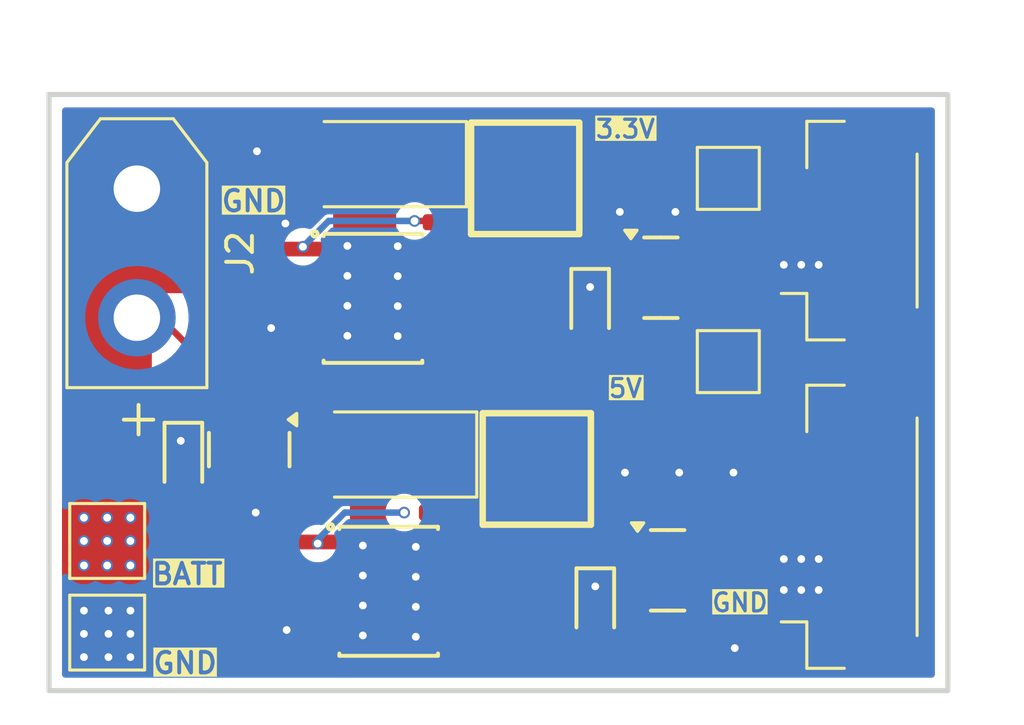
<source format=kicad_pcb>
(kicad_pcb (version 20241229) (generator "pcbnew") (generator_version "9.0")
  (layers (0 "F.Cu" signal) (2 "B.Cu" signal) (13 "F.Paste" user) (15 "B.Paste" user) (5 "F.SilkS" user "F.Silkscreen") (7 "B.SilkS" user "B.Silkscreen") (1 "F.Mask" user) (3 "B.Mask" user) (25 "Edge.Cuts" user))
  (net 0 "")
  (net 1 "5V")
  (net 2 "GND")
  (net 3 "+BATT")
  (net 4 "Net-(U1-COMP)")
  (net 5 "Net-(C6-Pad2)")
  (net 6 "Net-(U1-BOOT)")
  (net 7 "Net-(D1-K)")
  (net 8 "+3.3V")
  (net 9 "Net-(U1-SS)")
  (net 10 "Net-(U3-SS)")
  (net 11 "Net-(U3-COMP)")
  (net 12 "Net-(C17-Pad2)")
  (net 13 "Net-(D2-K)")
  (net 14 "Net-(U3-BOOT)")
  (net 15 "Net-(D4-Pad2)")
  (net 16 "Net-(D6-Pad2)")
  (net 17 "Net-(Q2-S)")
  (net 18 "Net-(Q3-S)")
  (net 19 "Net-(Q4-S)")
  (net 20 "Net-(R1-Pad2)")
  (net 21 "Net-(U1-EN)")
  (net 22 "Net-(U1-VSENSE)")
  (net 23 "Net-(U3-EN)")
  (net 24 "Net-(U3-VSENSE)")
  (net 25 "Net-(D3-Pad2)")
  (footprint "PCM_JLCPCB:C_0805" (layer "F.Cu") (at 116.95 92.9 -90)
    (property "Reference" "C2" (hide yes))
    (property "Value" "22uF")
    (pad "1" smd roundrect (at -0.95 0 270) (size 1 1.45) (layers "F.Cu" "F.Mask" "F.Paste") (net 1 "5V"))
    (pad "2" smd roundrect (at 0.95 0 270) (size 1 1.45) (layers "F.Cu" "F.Mask" "F.Paste") (net 2 "GND"))
  )
  (footprint "PCM_JLCPCB:C_0805" (layer "F.Cu") (at 121.15 92.9 -90)
    (property "Reference" "C21" (hide yes))
    (property "Value" "22uF")
    (pad "1" smd roundrect (at -0.95 0 270) (size 1 1.45) (layers "F.Cu" "F.Mask" "F.Paste") (net 1 "5V"))
    (pad "2" smd roundrect (at 0.95 0 270) (size 1 1.45) (layers "F.Cu" "F.Mask" "F.Paste") (net 2 "GND"))
  )
  (footprint "PCM_JLCPCB:C_0402" (layer "F.Cu") (at 112.25 98.4 90)
    (property "Reference" "C19" (hide yes))
    (property "Value" "33pF")
    (pad "1" smd roundrect (at -0.5 0 90) (size 0.56 0.62) (layers "F.Cu" "F.Mask" "F.Paste") (net 11 "Net-(U3-COMP)"))
    (pad "2" smd roundrect (at 0.5 0 90) (size 0.56 0.62) (layers "F.Cu" "F.Mask" "F.Paste") (net 2 "GND"))
  )
  (footprint "PCM_JLCPCB:R_0402" (layer "F.Cu") (at 101.7 86.92 -90)
    (property "Reference" "R2" (hide yes))
    (property "Value" "330kΩ" (hide yes))
    (pad "1" smd roundrect (at -0.5 0 270) (size 0.56 0.62) (layers "F.Cu" "F.Mask" "F.Paste") (net 3 "+BATT"))
    (pad "2" smd roundrect (at 0.5 0 270) (size 0.56 0.62) (layers "F.Cu" "F.Mask" "F.Paste") (net 21 "Net-(U1-EN)"))
  )
  (footprint "Connector_AMASS:AMASS_XT30UPB-M_1x02_P5.0mm_Vertical" (layer "F.Cu") (at 98.05 82.85 -90)
    (property "Reference" "J2" (at 2.5 -4 90) (layer "F.SilkS"))
    (property "Value" "Conn_01x02")
    (fp_line (start -1.01 2.71) (end 7.71 2.71) (stroke (width 0.12)) (layer "F.SilkS"))
    (fp_line (start -2.71 1.41) (end -1.01 2.71) (stroke (width 0.12)) (layer "F.SilkS"))
    (fp_line (start -2.71 -1.41) (end -2.71 1.41) (stroke (width 0.12)) (layer "F.SilkS"))
    (fp_line (start -2.71 -1.41) (end -1.01 -2.71) (stroke (width 0.12)) (layer "F.SilkS"))
    (fp_line (start -1.01 -2.71) (end 7.71 -2.71) (stroke (width 0.12)) (layer "F.SilkS"))
    (fp_line (start 7.71 -2.71) (end 7.71 2.71) (stroke (width 0.12)) (layer "F.SilkS"))
    (fp_text user "+" (at 8.95 0.05 90) (layer "F.SilkS") (effects (font (size 1.5 1.5))))
    (pad "1" thru_hole roundrect (at 0 0 270) (size 3 3) (drill 1.8) (layers "*.Cu" "*.Mask") (net 2 "GND"))
    (pad "2" thru_hole circle (at 5 0 270) (size 3 3) (drill 1.8) (layers "*.Cu" "*.Mask") (net 3 "+BATT"))
  )
  (footprint "PCM_JLCPCB:C_0805" (layer "F.Cu") (at 118.4 82.75 -90)
    (property "Reference" "C10" (hide yes))
    (property "Value" "47uF")
    (pad "1" smd roundrect (at -0.95 0 270) (size 1 1.45) (layers "F.Cu" "F.Mask" "F.Paste") (net 8 "+3.3V"))
    (pad "2" smd roundrect (at 0.95 0 270) (size 1 1.45) (layers "F.Cu" "F.Mask" "F.Paste") (net 2 "GND"))
  )
  (footprint "PCM_JLCPCB:C_0402" (layer "F.Cu") (at 112.75 99.8)
    (property "Reference" "C17" (hide yes))
    (property "Value" "4.7nF")
    (pad "1" smd roundrect (at -0.5 0) (size 0.56 0.62) (layers "F.Cu" "F.Mask" "F.Paste") (net 11 "Net-(U3-COMP)"))
    (pad "2" smd roundrect (at 0.5 0) (size 0.56 0.62) (layers "F.Cu" "F.Mask" "F.Paste") (net 12 "Net-(C17-Pad2)"))
  )
  (footprint "PCM_JLCPCB:R_0402" (layer "F.Cu") (at 105.1 90.9)
    (property "Reference" "R14" (hide yes))
    (property "Value" "10kΩ" (hide yes))
    (pad "1" smd roundrect (at -0.5 0) (size 0.56 0.62) (layers "F.Cu" "F.Mask" "F.Paste") (net 3 "+BATT"))
    (pad "2" smd roundrect (at 0.5 0) (size 0.56 0.62) (layers "F.Cu" "F.Mask" "F.Paste") (net 2 "GND"))
  )
  (footprint "PCM_JLCPCB:C_0402" (layer "F.Cu") (at 101.7 88.82 90)
    (property "Reference" "C13" (hide yes))
    (property "Value" "10nF")
    (pad "1" smd roundrect (at -0.5 0 90) (size 0.56 0.62) (layers "F.Cu" "F.Mask" "F.Paste") (net 9 "Net-(U1-SS)"))
    (pad "2" smd roundrect (at 0.5 0 90) (size 0.56 0.62) (layers "F.Cu" "F.Mask" "F.Paste") (net 2 "GND"))
  )
  (footprint "PCM_JLCPCB:C_0402" (layer "F.Cu") (at 109.9 84.15)
    (property "Reference" "C9" (hide yes))
    (property "Value" "100nF")
    (pad "1" smd roundrect (at -0.5 0) (size 0.56 0.62) (layers "F.Cu" "F.Mask" "F.Paste") (net 6 "Net-(U1-BOOT)"))
    (pad "2" smd roundrect (at 0.5 0) (size 0.56 0.62) (layers "F.Cu" "F.Mask" "F.Paste") (net 7 "Net-(D1-K)"))
  )
  (footprint "TestPoint:TestPoint_Pad_2.0x2.0mm" (layer "F.Cu") (at 120.95 82.45)
    (property "Reference" "TP1" (hide yes))
    (property "Value" "TestPoint")
    (fp_line (start -1.2 -1.2) (end 1.2 -1.2) (stroke (width 0.12)) (layer "F.SilkS"))
    (fp_line (start -1.2 1.2) (end -1.2 -1.2) (stroke (width 0.12)) (layer "F.SilkS"))
    (fp_line (start 1.2 -1.2) (end 1.2 1.2) (stroke (width 0.12)) (layer "F.SilkS"))
    (fp_line (start 1.2 1.2) (end -1.2 1.2) (stroke (width 0.12)) (layer "F.SilkS"))
    (pad "1" smd rect (at 0 0) (size 2 2) (layers "F.Cu" "F.Mask") (net 8 "+3.3V"))
  )
  (footprint "PCM_JLCPCB:Q_SOT-23" (layer "F.Cu") (at 102.4 92.96 -90)
    (property "Reference" "Q3" (hide yes))
    (property "Value" "AO3400A")
    (fp_line (start 0 1.56) (end -0.65 1.56) (stroke (width 0.15)) (layer "F.SilkS"))
    (fp_line (start 0 1.56) (end 0.65 1.56) (stroke (width 0.15)) (layer "F.SilkS"))
    (fp_line (start 0 -1.56) (end -0.65 -1.56) (stroke (width 0.15)) (layer "F.SilkS"))
    (fp_line (start 0 -1.56) (end 0.65 -1.56) (stroke (width 0.15)) (layer "F.SilkS"))
    (fp_poly (pts (xy -1.1625 -1.51) (xy -1.4025 -1.84) (xy -0.9225 -1.84) (xy -1.1625 -1.51)) (stroke (width 0.12)) (fill yes) (layer "F.SilkS"))
    (pad "1" smd roundrect (at -0.94 -0.95 270) (size 1.48 0.6) (layers "F.Cu" "F.Mask" "F.Paste") (net 3 "+BATT"))
    (pad "2" smd roundrect (at -0.94 0.95 270) (size 1.48 0.6) (layers "F.Cu" "F.Mask" "F.Paste") (net 18 "Net-(Q3-S)"))
    (pad "3" smd roundrect (at 0.94 0 270) (size 1.48 0.6) (layers "F.Cu" "F.Mask" "F.Paste") (net 3 "+BATT"))
  )
  (footprint "PCM_JLCPCB:R_0402" (layer "F.Cu") (at 115.45 85.4 180)
    (property "Reference" "R10" (hide yes))
    (property "Value" "10kΩ" (hide yes))
    (pad "1" smd roundrect (at -0.5 0 180) (size 0.56 0.62) (layers "F.Cu" "F.Mask" "F.Paste") (net 8 "+3.3V"))
    (pad "2" smd roundrect (at 0.5 0 180) (size 0.56 0.62) (layers "F.Cu" "F.Mask" "F.Paste") (net 2 "GND"))
  )
  (footprint "PCM_JLCPCB:C_0402" (layer "F.Cu") (at 112.45 86.9 90)
    (property "Reference" "C8" (hide yes))
    (property "Value" "47pF")
    (pad "1" smd roundrect (at -0.5 0 90) (size 0.56 0.62) (layers "F.Cu" "F.Mask" "F.Paste") (net 4 "Net-(U1-COMP)"))
    (pad "2" smd roundrect (at 0.5 0 90) (size 0.56 0.62) (layers "F.Cu" "F.Mask" "F.Paste") (net 2 "GND"))
  )
  (footprint "PCM_JLCPCB:Q_SOT-23" (layer "F.Cu") (at 118.34 86.3)
    (property "Reference" "Q4" (hide yes))
    (property "Value" "AO3400A")
    (fp_line (start 0 -1.56) (end -0.65 -1.56) (stroke (width 0.15)) (layer "F.SilkS"))
    (fp_line (start 0 -1.56) (end 0.65 -1.56) (stroke (width 0.15)) (layer "F.SilkS"))
    (fp_line (start 0 1.56) (end -0.65 1.56) (stroke (width 0.15)) (layer "F.SilkS"))
    (fp_line (start 0 1.56) (end 0.65 1.56) (stroke (width 0.15)) (layer "F.SilkS"))
    (fp_poly (pts (xy -1.1625 -1.51) (xy -1.4025 -1.84) (xy -0.9225 -1.84) (xy -1.1625 -1.51)) (stroke (width 0.12)) (fill yes) (layer "F.SilkS"))
    (pad "1" smd roundrect (at -0.94 -0.95) (size 1.48 0.6) (layers "F.Cu" "F.Mask" "F.Paste") (net 8 "+3.3V"))
    (pad "2" smd roundrect (at -0.94 0.95) (size 1.48 0.6) (layers "F.Cu" "F.Mask" "F.Paste") (net 19 "Net-(Q4-S)"))
    (pad "3" smd roundrect (at 0.94 0) (size 1.48 0.6) (layers "F.Cu" "F.Mask" "F.Paste") (net 8 "+3.3V"))
  )
  (footprint "PCM_JLCPCB:R_0402" (layer "F.Cu") (at 114.2 101 90)
    (property "Reference" "R11" (hide yes))
    (property "Value" "10kΩ" (hide yes))
    (pad "1" smd roundrect (at -0.5 0 90) (size 0.56 0.62) (layers "F.Cu" "F.Mask" "F.Paste") (net 1 "5V"))
    (pad "2" smd roundrect (at 0.5 0 90) (size 0.56 0.62) (layers "F.Cu" "F.Mask" "F.Paste") (net 24 "Net-(U3-VSENSE)"))
  )
  (footprint "PCM_JLCPCB:R_0402" (layer "F.Cu") (at 102.1 98.35 -90)
    (property "Reference" "R7" (hide yes))
    (property "Value" "330kΩ" (hide yes))
    (pad "1" smd roundrect (at -0.5 0 270) (size 0.56 0.62) (layers "F.Cu" "F.Mask" "F.Paste") (net 3 "+BATT"))
    (pad "2" smd roundrect (at 0.5 0 270) (size 0.56 0.62) (layers "F.Cu" "F.Mask" "F.Paste") (net 23 "Net-(U3-EN)"))
  )
  (footprint "PCM_JLCPCB:SOIC-8_L5.0-W4.0-P1.27-LS6.0-BL" (layer "F.Cu") (at 107.19 87.1 -90)
    (property "Reference" "U1" (hide yes))
    (property "Value" "TPS54331DR" (hide yes))
    (fp_line (start -2.5 1.91) (end -2.41 1.91) (stroke (width 0.15)) (layer "F.SilkS"))
    (fp_line (start -2.5 1.91) (end -2.5 -1.91) (stroke (width 0.15)) (layer "F.SilkS"))
    (fp_line (start 2.5 1.91) (end 2.41 1.91) (stroke (width 0.15)) (layer "F.SilkS"))
    (fp_line (start -2.5 -1.91) (end -2.41 -1.91) (stroke (width 0.15)) (layer "F.SilkS"))
    (fp_line (start 2.5 -1.91) (end 2.5 1.91) (stroke (width 0.15)) (layer "F.SilkS"))
    (fp_line (start 2.5 -1.91) (end 2.41 -1.91) (stroke (width 0.15)) (layer "F.SilkS"))
    (fp_circle (center -2.5 2.25) (end -2.47 2.25) (stroke (width 0.15)) (fill no) (layer "F.SilkS"))
    (pad "1" smd oval (at -1.91 2.71 270) (size 0.57 1.95) (layers "F.Cu" "F.Mask" "F.Paste") (net 6 "Net-(U1-BOOT)"))
    (pad "2" smd oval (at -0.64 2.71 270) (size 0.57 1.95) (layers "F.Cu" "F.Mask" "F.Paste") (net 3 "+BATT"))
    (pad "3" smd oval (at 0.64 2.71 270) (size 0.57 1.95) (layers "F.Cu" "F.Mask" "F.Paste") (net 21 "Net-(U1-EN)"))
    (pad "4" smd oval (at 1.91 2.71 270) (size 0.57 1.95) (layers "F.Cu" "F.Mask" "F.Paste") (net 9 "Net-(U1-SS)"))
    (pad "5" smd oval (at 1.91 -2.71 270) (size 0.57 1.95) (layers "F.Cu" "F.Mask" "F.Paste") (net 22 "Net-(U1-VSENSE)"))
    (pad "6" smd oval (at 0.64 -2.71 270) (size 0.57 1.95) (layers "F.Cu" "F.Mask" "F.Paste") (net 4 "Net-(U1-COMP)"))
    (pad "7" smd oval (at -0.64 -2.71 270) (size 0.57 1.95) (layers "F.Cu" "F.Mask" "F.Paste") (net 2 "GND"))
    (pad "8" smd oval (at -1.91 -2.71 270) (size 0.57 1.95) (layers "F.Cu" "F.Mask" "F.Paste") (net 7 "Net-(D1-K)"))
  )
  (footprint "Diode_SMD:D_SMA" (layer "F.Cu") (at 107.7 93.15 180)
    (property "Reference" "D2" (hide yes))
    (property "Value" "SS32")
    (fp_line (start -3.51 1.65) (end 2 1.65) (stroke (width 0.12)) (layer "F.SilkS"))
    (fp_line (start -3.51 -1.65) (end 2 -1.65) (stroke (width 0.12)) (layer "F.SilkS"))
    (fp_line (start -3.51 -1.65) (end -3.51 1.65) (stroke (width 0.12)) (layer "F.SilkS"))
    (pad "1" smd roundrect (at -2 0 180) (size 2.5 1.8) (layers "F.Cu" "F.Mask" "F.Paste") (roundrect_rratio 0.1388888889) (net 13 "Net-(D2-K)"))
    (pad "2" smd roundrect (at 2 0 180) (size 2.5 1.8) (layers "F.Cu" "F.Mask" "F.Paste") (roundrect_rratio 0.1388888889) (net 2 "GND"))
  )
  (footprint "PCM_JLCPCB:C_0805" (layer "F.Cu") (at 119.05 92.9 -90)
    (property "Reference" "C1" (hide yes))
    (property "Value" "22uF")
    (pad "1" smd roundrect (at -0.95 0 270) (size 1 1.45) (layers "F.Cu" "F.Mask" "F.Paste") (net 1 "5V"))
    (pad "2" smd roundrect (at 0.95 0 270) (size 1 1.45) (layers "F.Cu" "F.Mask" "F.Paste") (net 2 "GND"))
  )
  (footprint "PCM_JLCPCB:R_0402" (layer "F.Cu") (at 114.25 86.9 90)
    (property "Reference" "R6" (hide yes))
    (property "Value" "3.3kΩ" (hide yes))
    (pad "1" smd roundrect (at -0.5 0 90) (size 0.56 0.62) (layers "F.Cu" "F.Mask" "F.Paste") (net 22 "Net-(U1-VSENSE)"))
    (pad "2" smd roundrect (at 0.5 0 90) (size 0.56 0.62) (layers "F.Cu" "F.Mask" "F.Paste") (net 2 "GND"))
  )
  (footprint "PCM_JLCPCB:R_0402" (layer "F.Cu") (at 103 99.4 90)
    (property "Reference" "R8" (hide yes))
    (property "Value" "100kΩ" (hide yes))
    (pad "1" smd roundrect (at -0.5 0 90) (size 0.56 0.62) (layers "F.Cu" "F.Mask" "F.Paste") (net 2 "GND"))
    (pad "2" smd roundrect (at 0.5 0 90) (size 0.56 0.62) (layers "F.Cu" "F.Mask" "F.Paste") (net 23 "Net-(U3-EN)"))
  )
  (footprint "PCM_JLCPCB:D_0603" (layer "F.Cu") (at 99.85 93.41 -90)
    (property "Reference" "D4" (hide yes))
    (property "Value" "White")
    (fp_line (start -1.49 0.73) (end 0.8 0.73) (stroke (width 0.15)) (layer "F.SilkS"))
    (fp_line (start -1.49 -0.73) (end -1.49 0.73) (stroke (width 0.15)) (layer "F.SilkS"))
    (fp_line (start 0.8 -0.73) (end -1.49 -0.73) (stroke (width 0.15)) (layer "F.SilkS"))
    (pad "1" smd roundrect (at -0.79 0 270) (size 0.88 0.95) (layers "F.Cu" "F.Mask" "F.Paste") (net 2 "GND"))
    (pad "2" smd roundrect (at 0.79 0 270) (size 0.88 0.95) (layers "F.Cu" "F.Mask" "F.Paste") (net 15 "Net-(D4-Pad2)"))
  )
  (footprint "PCM_JLCPCB:R_0603" (layer "F.Cu") (at 117.9 99.95 180)
    (property "Reference" "R15" (hide yes))
    (property "Value" "430Ω")
    (pad "1" smd roundrect (at -0.82 0 180) (size 0.8 0.95) (layers "F.Cu" "F.Mask" "F.Paste") (net 17 "Net-(Q2-S)"))
    (pad "2" smd roundrect (at 0.82 0 180) (size 0.8 0.95) (layers "F.Cu" "F.Mask" "F.Paste") (net 16 "Net-(D6-Pad2)"))
  )
  (footprint "PCM_JLCPCB:C_0402" (layer "F.Cu") (at 102.1 100.25 90)
    (property "Reference" "C14" (hide yes))
    (property "Value" "10nF")
    (pad "1" smd roundrect (at -0.5 0 90) (size 0.56 0.62) (layers "F.Cu" "F.Mask" "F.Paste") (net 10 "Net-(U3-SS)"))
    (pad "2" smd roundrect (at 0.5 0 90) (size 0.56 0.62) (layers "F.Cu" "F.Mask" "F.Paste") (net 2 "GND"))
  )
  (footprint "PCM_JLCPCB:R_0603" (layer "F.Cu") (at 100.4 95.55 180)
    (property "Reference" "R16" (hide yes))
    (property "Value" "820Ω")
    (pad "1" smd roundrect (at -0.82 0 180) (size 0.8 0.95) (layers "F.Cu" "F.Mask" "F.Paste") (net 18 "Net-(Q3-S)"))
    (pad "2" smd roundrect (at 0.82 0 180) (size 0.8 0.95) (layers "F.Cu" "F.Mask" "F.Paste") (net 15 "Net-(D4-Pad2)"))
  )
  (footprint "PCM_JLCPCB:R_0402" (layer "F.Cu") (at 113.25 98.4 90)
    (property "Reference" "R18" (hide yes))
    (property "Value" "49.9kΩ" (hide yes))
    (pad "1" smd roundrect (at -0.5 0 90) (size 0.56 0.62) (layers "F.Cu" "F.Mask" "F.Paste") (net 12 "Net-(C17-Pad2)"))
    (pad "2" smd roundrect (at 0.5 0 90) (size 0.56 0.62) (layers "F.Cu" "F.Mask" "F.Paste") (net 2 "GND"))
  )
  (footprint "lib:IND-SMD_L4.0-W4.0_XAL4030-682MEC" (layer "F.Cu") (at 113.6 93.71 -90)
    (property "Reference" "U2" (hide yes))
    (property "Value" "XAL4030-682MEC")
    (fp_line (start -2.16 2.16) (end -2.16 -2.03) (stroke (width 0.25)) (layer "F.SilkS"))
    (fp_line (start 2.16 2.16) (end -2.16 2.16) (stroke (width 0.25)) (layer "F.SilkS"))
    (fp_line (start -2.16 -2.03) (end -2.03 -2.03) (stroke (width 0.25)) (layer "F.SilkS"))
    (fp_line (start -2.03 -2.03) (end 2.16 -2.03) (stroke (width 0.25)) (layer "F.SilkS"))
    (fp_line (start 2.16 -2.03) (end 2.16 2.16) (stroke (width 0.25)) (layer "F.SilkS"))
    (pad "1" smd rect (at -1.24 0 270) (size 1.3 3.5) (layers "F.Cu" "F.Mask" "F.Paste") (net 1 "5V"))
    (pad "2" smd rect (at 1.24 0 270) (size 1.3 3.5) (layers "F.Cu" "F.Mask" "F.Paste") (net 13 "Net-(D2-K)"))
  )
  (footprint "PCM_JLCPCB:R_0402" (layer "F.Cu") (at 113.35 86.9 90)
    (property "Reference" "R3" (hide yes))
    (property "Value" "2kΩ" (hide yes))
    (pad "1" smd roundrect (at -0.5 0 90) (size 0.56 0.62) (layers "F.Cu" "F.Mask" "F.Paste") (net 20 "Net-(R1-Pad2)"))
    (pad "2" smd roundrect (at 0.5 0 90) (size 0.56 0.62) (layers "F.Cu" "F.Mask" "F.Paste") (net 2 "GND"))
  )
  (footprint "TestPoint:TestPoint_Pad_2.0x2.0mm" (layer "F.Cu") (at 120.95 89.55)
    (property "Reference" "TP2" (hide yes))
    (property "Value" "TestPoint")
    (fp_line (start -1.2 -1.2) (end 1.2 -1.2) (stroke (width 0.12)) (layer "F.SilkS"))
    (fp_line (start -1.2 1.2) (end -1.2 -1.2) (stroke (width 0.12)) (layer "F.SilkS"))
    (fp_line (start 1.2 -1.2) (end 1.2 1.2) (stroke (width 0.12)) (layer "F.SilkS"))
    (fp_line (start 1.2 1.2) (end -1.2 1.2) (stroke (width 0.12)) (layer "F.SilkS"))
    (pad "1" smd rect (at 0 0) (size 2 2) (layers "F.Cu" "F.Mask") (net 1 "5V"))
  )
  (footprint "PCM_JLCPCB:R_0402" (layer "F.Cu") (at 117.3 88.6 180)
    (property "Reference" "R13" (hide yes))
    (property "Value" "200Ω" (hide yes))
    (pad "1" smd roundrect (at -0.5 0 180) (size 0.56 0.62) (layers "F.Cu" "F.Mask" "F.Paste") (net 19 "Net-(Q4-S)"))
    (pad "2" smd roundrect (at 0.5 0 180) (size 0.56 0.62) (layers "F.Cu" "F.Mask" "F.Paste") (net 25 "Net-(D3-Pad2)"))
  )
  (footprint "TestPoint:TestPoint_Pad_2.5x2.5mm" (layer "F.Cu") (at 96.9 96.5 180)
    (property "Reference" "J6" (hide yes))
    (property "Value" "+BATT")
    (fp_line (start 1.45 1.45) (end -1.45 1.45) (stroke (width 0.12)) (layer "F.SilkS"))
    (fp_line (start 1.45 -1.45) (end 1.45 1.45) (stroke (width 0.12)) (layer "F.SilkS"))
    (fp_line (start -1.45 1.45) (end -1.45 -1.45) (stroke (width 0.12)) (layer "F.SilkS"))
    (fp_line (start -1.45 -1.45) (end 1.45 -1.45) (stroke (width 0.12)) (layer "F.SilkS"))
    (pad "1" smd rect (at 0 0 180) (size 2.5 2.5) (layers "F.Cu" "F.Mask") (net 3 "+BATT"))
  )
  (footprint "PCM_JLCPCB:C_0402" (layer "F.Cu") (at 102.1 96.45 -90)
    (property "Reference" "C15" (hide yes))
    (property "Value" "100nF")
    (pad "1" smd roundrect (at -0.5 0 270) (size 0.56 0.62) (layers "F.Cu" "F.Mask" "F.Paste") (net 2 "GND"))
    (pad "2" smd roundrect (at 0.5 0 270) (size 0.56 0.62) (layers "F.Cu" "F.Mask" "F.Paste") (net 3 "+BATT"))
  )
  (footprint "PCM_JLCPCB:R_0402" (layer "F.Cu") (at 112.95 88.3)
    (property "Reference" "R1" (hide yes))
    (property "Value" "27kΩ" (hide yes))
    (pad "1" smd roundrect (at -0.5 0) (size 0.56 0.62) (layers "F.Cu" "F.Mask" "F.Paste") (net 5 "Net-(C6-Pad2)"))
    (pad "2" smd roundrect (at 0.5 0) (size 0.56 0.62) (layers "F.Cu" "F.Mask" "F.Paste") (net 20 "Net-(R1-Pad2)"))
  )
  (footprint "PCM_JLCPCB:D_0603" (layer "F.Cu") (at 115.6 87.45 -90)
    (property "Reference" "D3" (hide yes))
    (property "Value" "Red")
    (fp_line (start -1.49 0.73) (end 0.8 0.73) (stroke (width 0.15)) (layer "F.SilkS"))
    (fp_line (start -1.49 -0.73) (end -1.49 0.73) (stroke (width 0.15)) (layer "F.SilkS"))
    (fp_line (start 0.8 -0.73) (end -1.49 -0.73) (stroke (width 0.15)) (layer "F.SilkS"))
    (pad "1" smd roundrect (at -0.79 0 270) (size 0.88 0.95) (layers "F.Cu" "F.Mask" "F.Paste") (net 2 "GND"))
    (pad "2" smd roundrect (at 0.79 0 270) (size 0.88 0.95) (layers "F.Cu" "F.Mask" "F.Paste") (net 25 "Net-(D3-Pad2)"))
  )
  (footprint "PCM_JLCPCB:SOIC-8_L5.0-W4.0-P1.27-LS6.0-BL" (layer "F.Cu") (at 107.8 98.45 -90)
    (property "Reference" "U3" (hide yes))
    (property "Value" "TPS54331DR")
    (fp_line (start -2.5 1.91) (end -2.41 1.91) (stroke (width 0.15)) (layer "F.SilkS"))
    (fp_line (start -2.5 1.91) (end -2.5 -1.91) (stroke (width 0.15)) (layer "F.SilkS"))
    (fp_line (start 2.5 1.91) (end 2.41 1.91) (stroke (width 0.15)) (layer "F.SilkS"))
    (fp_line (start -2.5 -1.91) (end -2.41 -1.91) (stroke (width 0.15)) (layer "F.SilkS"))
    (fp_line (start 2.5 -1.91) (end 2.5 1.91) (stroke (width 0.15)) (layer "F.SilkS"))
    (fp_line (start 2.5 -1.91) (end 2.41 -1.91) (stroke (width 0.15)) (layer "F.SilkS"))
    (fp_circle (center -2.5 2.25) (end -2.47 2.25) (stroke (width 0.15)) (fill no) (layer "F.SilkS"))
    (pad "1" smd oval (at -1.91 2.71 270) (size 0.57 1.95) (layers "F.Cu" "F.Mask" "F.Paste") (net 14 "Net-(U3-BOOT)"))
    (pad "2" smd oval (at -0.64 2.71 270) (size 0.57 1.95) (layers "F.Cu" "F.Mask" "F.Paste") (net 3 "+BATT"))
    (pad "3" smd oval (at 0.64 2.71 270) (size 0.57 1.95) (layers "F.Cu" "F.Mask" "F.Paste") (net 23 "Net-(U3-EN)"))
    (pad "4" smd oval (at 1.91 2.71 270) (size 0.57 1.95) (layers "F.Cu" "F.Mask" "F.Paste") (net 10 "Net-(U3-SS)"))
    (pad "5" smd oval (at 1.91 -2.71 270) (size 0.57 1.95) (layers "F.Cu" "F.Mask" "F.Paste") (net 24 "Net-(U3-VSENSE)"))
    (pad "6" smd oval (at 0.64 -2.71 270) (size 0.57 1.95) (layers "F.Cu" "F.Mask" "F.Paste") (net 11 "Net-(U3-COMP)"))
    (pad "7" smd oval (at -0.64 -2.71 270) (size 0.57 1.95) (layers "F.Cu" "F.Mask" "F.Paste") (net 2 "GND"))
    (pad "8" smd oval (at -1.91 -2.71 270) (size 0.57 1.95) (layers "F.Cu" "F.Mask" "F.Paste") (net 13 "Net-(D2-K)"))
  )
  (footprint "PCM_JLCPCB:D_0603" (layer "F.Cu") (at 115.8 99.05 -90)
    (property "Reference" "D6" (hide yes))
    (property "Value" "Yellow")
    (fp_line (start -1.49 0.73) (end 0.8 0.73) (stroke (width 0.15)) (layer "F.SilkS"))
    (fp_line (start -1.49 -0.73) (end -1.49 0.73) (stroke (width 0.15)) (layer "F.SilkS"))
    (fp_line (start 0.8 -0.73) (end -1.49 -0.73) (stroke (width 0.15)) (layer "F.SilkS"))
    (pad "1" smd roundrect (at -0.79 0 270) (size 0.88 0.95) (layers "F.Cu" "F.Mask" "F.Paste") (net 2 "GND"))
    (pad "2" smd roundrect (at 0.79 0 270) (size 0.88 0.95) (layers "F.Cu" "F.Mask" "F.Paste") (net 16 "Net-(D6-Pad2)"))
  )
  (footprint "Diode_SMD:D_SMA" (layer "F.Cu") (at 107.3 81.9 180)
    (property "Reference" "D1" (hide yes))
    (property "Value" "SS32")
    (fp_line (start -3.51 1.65) (end 2 1.65) (stroke (width 0.12)) (layer "F.SilkS"))
    (fp_line (start -3.51 -1.65) (end 2 -1.65) (stroke (width 0.12)) (layer "F.SilkS"))
    (fp_line (start -3.51 -1.65) (end -3.51 1.65) (stroke (width 0.12)) (layer "F.SilkS"))
    (pad "1" smd roundrect (at -2 0 180) (size 2.5 1.8) (layers "F.Cu" "F.Mask" "F.Paste") (roundrect_rratio 0.1388888889) (net 7 "Net-(D1-K)"))
    (pad "2" smd roundrect (at 2 0 180) (size 2.5 1.8) (layers "F.Cu" "F.Mask" "F.Paste") (roundrect_rratio 0.1388888889) (net 2 "GND"))
  )
  (footprint "PCM_JLCPCB:C_0805" (layer "F.Cu") (at 116.35 82.75 -90)
    (property "Reference" "C11" (hide yes))
    (property "Value" "47uF")
    (pad "1" smd roundrect (at -0.95 0 270) (size 1 1.45) (layers "F.Cu" "F.Mask" "F.Paste") (net 8 "+3.3V"))
    (pad "2" smd roundrect (at 0.95 0 270) (size 1 1.45) (layers "F.Cu" "F.Mask" "F.Paste") (net 2 "GND"))
  )
  (footprint "PCM_JLCPCB:R_0402" (layer "F.Cu") (at 102.6 87.97 90)
    (property "Reference" "R4" (hide yes))
    (property "Value" "100kΩ" (hide yes))
    (pad "1" smd roundrect (at -0.5 0 90) (size 0.56 0.62) (layers "F.Cu" "F.Mask" "F.Paste") (net 2 "GND"))
    (pad "2" smd roundrect (at 0.5 0 90) (size 0.56 0.62) (layers "F.Cu" "F.Mask" "F.Paste") (net 21 "Net-(U1-EN)"))
  )
  (footprint "Connector_JST:JST_GH_SM06B-GHS-TB_1x06-1MP_P1.25mm_Horizontal" (layer "F.Cu") (at 125.7 95.95 90)
    (property "Reference" "J3" (hide yes))
    (property "Value" "Conn_01x06")
    (fp_line (start 5.485 -1.71) (end 3.685 -1.71) (stroke (width 0.12)) (layer "F.SilkS"))
    (fp_line (start -3.685 -1.71) (end -3.685 -2.7) (stroke (width 0.12)) (layer "F.SilkS"))
    (fp_line (start -5.485 -1.71) (end -3.685 -1.71) (stroke (width 0.12)) (layer "F.SilkS"))
    (fp_line (start 5.485 -0.26) (end 5.485 -1.71) (stroke (width 0.12)) (layer "F.SilkS"))
    (fp_line (start -5.485 -0.26) (end -5.485 -1.71) (stroke (width 0.12)) (layer "F.SilkS"))
    (fp_line (start -4.215 2.56) (end 4.215 2.56) (stroke (width 0.12)) (layer "F.SilkS"))
    (pad "1" smd roundrect (at -3.125 -1.85 90) (size 0.6 1.7) (layers "F.Cu" "F.Mask" "F.Paste") (net 2 "GND"))
    (pad "2" smd roundrect (at -1.875 -1.85 90) (size 0.6 1.7) (layers "F.Cu" "F.Mask" "F.Paste") (net 2 "GND"))
    (pad "3" smd roundrect (at -0.625 -1.85 90) (size 0.6 1.7) (layers "F.Cu" "F.Mask" "F.Paste") (net 2 "GND"))
    (pad "4" smd roundrect (at 0.625 -1.85 90) (size 0.6 1.7) (layers "F.Cu" "F.Mask" "F.Paste") (net 1 "5V"))
    (pad "5" smd roundrect (at 1.875 -1.85 90) (size 0.6 1.7) (layers "F.Cu" "F.Mask" "F.Paste") (net 1 "5V"))
    (pad "6" smd roundrect (at 3.125 -1.85 90) (size 0.6 1.7) (layers "F.Cu" "F.Mask" "F.Paste") (net 1 "5V"))
    (pad "MP" smd roundrect (at -4.975 1.35 90) (size 1 2.7) (layers "F.Cu" "F.Mask" "F.Paste"))
    (pad "MP" smd roundrect (at 4.975 1.35 90) (size 1 2.7) (layers "F.Cu" "F.Mask" "F.Paste"))
  )
  (footprint "PCM_JLCPCB:C_0402" (layer "F.Cu") (at 111.55 87.9 -90)
    (property "Reference" "C6" (hide yes))
    (property "Value" "1nF")
    (pad "1" smd roundrect (at -0.5 0 270) (size 0.56 0.62) (layers "F.Cu" "F.Mask" "F.Paste") (net 4 "Net-(U1-COMP)"))
    (pad "2" smd roundrect (at 0.5 0 270) (size 0.56 0.62) (layers "F.Cu" "F.Mask" "F.Paste") (net 5 "Net-(C6-Pad2)"))
  )
  (footprint "PCM_JLCPCB:R_0603" (layer "F.Cu") (at 114.35 98.8 90)
    (property "Reference" "R12" (hide yes))
    (property "Value" "1.8kΩ")
    (pad "1" smd roundrect (at -0.82 0 90) (size 0.8 0.95) (layers "F.Cu" "F.Mask" "F.Paste") (net 24 "Net-(U3-VSENSE)"))
    (pad "2" smd roundrect (at 0.82 0 90) (size 0.8 0.95) (layers "F.Cu" "F.Mask" "F.Paste") (net 2 "GND"))
  )
  (footprint "PCM_JLCPCB:R_0402" (layer "F.Cu") (at 114.35 88.85 90)
    (property "Reference" "R5" (hide yes))
    (property "Value" "10kΩ" (hide yes))
    (pad "1" smd roundrect (at -0.5 0 90) (size 0.56 0.62) (layers "F.Cu" "F.Mask" "F.Paste") (net 8 "+3.3V"))
    (pad "2" smd roundrect (at 0.5 0 90) (size 0.56 0.62) (layers "F.Cu" "F.Mask" "F.Paste") (net 22 "Net-(U1-VSENSE)"))
  )
  (footprint "PCM_JLCPCB:C_0402" (layer "F.Cu") (at 101.7 85.02 -90)
    (property "Reference" "C7" (hide yes))
    (property "Value" "100nF")
    (pad "1" smd roundrect (at -0.5 0 270) (size 0.56 0.62) (layers "F.Cu" "F.Mask" "F.Paste") (net 2 "GND"))
    (pad "2" smd roundrect (at 0.5 0 270) (size 0.56 0.62) (layers "F.Cu" "F.Mask" "F.Paste") (net 3 "+BATT"))
  )
  (footprint "PCM_JLCPCB:C_0603" (layer "F.Cu") (at 103.2 96.97 90)
    (property "Reference" "C5" (hide yes))
    (property "Value" "10uF")
    (pad "1" smd roundrect (at -0.78 0 90) (size 0.9 0.95) (layers "F.Cu" "F.Mask" "F.Paste") (net 3 "+BATT"))
    (pad "2" smd roundrect (at 0.78 0 90) (size 0.9 0.95) (layers "F.Cu" "F.Mask" "F.Paste") (net 2 "GND"))
  )
  (footprint "PCM_JLCPCB:C_0402" (layer "F.Cu") (at 109.75 95.4)
    (property "Reference" "C18" (hide yes))
    (property "Value" "100nF")
    (pad "1" smd roundrect (at -0.5 0) (size 0.56 0.62) (layers "F.Cu" "F.Mask" "F.Paste") (net 14 "Net-(U3-BOOT)"))
    (pad "2" smd roundrect (at 0.5 0) (size 0.56 0.62) (layers "F.Cu" "F.Mask" "F.Paste") (net 13 "Net-(D2-K)"))
  )
  (footprint "PCM_JLCPCB:C_0603" (layer "F.Cu") (at 102.8 85.57 90)
    (property "Reference" "C4" (hide yes))
    (property "Value" "10uF")
    (pad "1" smd roundrect (at -0.78 0 90) (size 0.9 0.95) (layers "F.Cu" "F.Mask" "F.Paste") (net 3 "+BATT"))
    (pad "2" smd roundrect (at 0.78 0 90) (size 0.9 0.95) (layers "F.Cu" "F.Mask" "F.Paste") (net 2 "GND"))
  )
  (footprint "PCM_JLCPCB:Q_SOT-23" (layer "F.Cu") (at 118.6 97.6375)
    (property "Reference" "Q2" (hide yes))
    (property "Value" "AO3400A")
    (fp_line (start 0 -1.56) (end -0.65 -1.56) (stroke (width 0.15)) (layer "F.SilkS"))
    (fp_line (start 0 -1.56) (end 0.65 -1.56) (stroke (width 0.15)) (layer "F.SilkS"))
    (fp_line (start 0 1.56) (end -0.65 1.56) (stroke (width 0.15)) (layer "F.SilkS"))
    (fp_line (start 0 1.56) (end 0.65 1.56) (stroke (width 0.15)) (layer "F.SilkS"))
    (fp_poly (pts (xy -1.1625 -1.51) (xy -1.4025 -1.84) (xy -0.9225 -1.84) (xy -1.1625 -1.51)) (stroke (width 0.12)) (fill yes) (layer "F.SilkS"))
    (pad "1" smd roundrect (at -0.94 -0.95) (size 1.48 0.6) (layers "F.Cu" "F.Mask" "F.Paste") (net 1 "5V"))
    (pad "2" smd roundrect (at -0.94 0.95) (size 1.48 0.6) (layers "F.Cu" "F.Mask" "F.Paste") (net 17 "Net-(Q2-S)"))
    (pad "3" smd roundrect (at 0.94 0) (size 1.48 0.6) (layers "F.Cu" "F.Mask" "F.Paste") (net 1 "5V"))
  )
  (footprint "TestPoint:TestPoint_Pad_2.5x2.5mm" (layer "F.Cu") (at 96.9 100.05 180)
    (property "Reference" "J5" (hide yes))
    (property "Value" "GND")
    (fp_line (start 1.45 1.45) (end -1.45 1.45) (stroke (width 0.12)) (layer "F.SilkS"))
    (fp_line (start 1.45 -1.45) (end 1.45 1.45) (stroke (width 0.12)) (layer "F.SilkS"))
    (fp_line (start -1.45 1.45) (end -1.45 -1.45) (stroke (width 0.12)) (layer "F.SilkS"))
    (fp_line (start -1.45 -1.45) (end 1.45 -1.45) (stroke (width 0.12)) (layer "F.SilkS"))
    (pad "1" smd rect (at 0 0 180) (size 2.5 2.5) (layers "F.Cu" "F.Mask") (net 2 "GND"))
  )
  (footprint "PCM_JLCPCB:R_0402" (layer "F.Cu") (at 115.7 97 180)
    (property "Reference" "R9" (hide yes))
    (property "Value" "10kΩ" (hide yes))
    (pad "1" smd roundrect (at -0.5 0 180) (size 0.56 0.62) (layers "F.Cu" "F.Mask" "F.Paste") (net 1 "5V"))
    (pad "2" smd roundrect (at 0.5 0 180) (size 0.56 0.62) (layers "F.Cu" "F.Mask" "F.Paste") (net 2 "GND"))
  )
  (footprint "Connector_JST:JST_GH_SM04B-GHS-TB_1x04-1MP_P1.25mm_Horizontal" (layer "F.Cu") (at 125.7 84.475 90)
    (property "Reference" "J1" (hide yes))
    (property "Value" "Conn_01x04_Pin")
    (fp_line (start 4.235 -1.71) (end 2.435 -1.71) (stroke (width 0.12)) (layer "F.SilkS"))
    (fp_line (start -2.435 -1.71) (end -2.435 -2.7) (stroke (width 0.12)) (layer "F.SilkS"))
    (fp_line (start -4.235 -1.71) (end -2.435 -1.71) (stroke (width 0.12)) (layer "F.SilkS"))
    (fp_line (start 4.235 -0.26) (end 4.235 -1.71) (stroke (width 0.12)) (layer "F.SilkS"))
    (fp_line (start -4.235 -0.26) (end -4.235 -1.71) (stroke (width 0.12)) (layer "F.SilkS"))
    (fp_line (start -2.965 2.56) (end 2.965 2.56) (stroke (width 0.12)) (layer "F.SilkS"))
    (pad "1" smd roundrect (at -1.875 -1.85 90) (size 0.6 1.7) (layers "F.Cu" "F.Mask" "F.Paste") (net 2 "GND"))
    (pad "2" smd roundrect (at -0.625 -1.85 90) (size 0.6 1.7) (layers "F.Cu" "F.Mask" "F.Paste") (net 2 "GND"))
    (pad "3" smd roundrect (at 0.625 -1.85 90) (size 0.6 1.7) (layers "F.Cu" "F.Mask" "F.Paste") (net 8 "+3.3V"))
    (pad "4" smd roundrect (at 1.875 -1.85 90) (size 0.6 1.7) (layers "F.Cu" "F.Mask" "F.Paste") (net 8 "+3.3V"))
    (pad "MP" smd roundrect (at -3.725 1.35 90) (size 1 2.7) (layers "F.Cu" "F.Mask" "F.Paste"))
    (pad "MP" smd roundrect (at 3.725 1.35 90) (size 1 2.7) (layers "F.Cu" "F.Mask" "F.Paste"))
  )
  (footprint "lib:IND-SMD_L4.0-W4.0_XAL4030-682MEC" (layer "F.Cu") (at 113.15 82.45 -90)
    (property "Reference" "U4" (hide yes))
    (property "Value" "XAL4030-682MEC")
    (fp_line (start -2.16 2.16) (end -2.16 -2.03) (stroke (width 0.25)) (layer "F.SilkS"))
    (fp_line (start 2.16 2.16) (end -2.16 2.16) (stroke (width 0.25)) (layer "F.SilkS"))
    (fp_line (start -2.16 -2.03) (end -2.03 -2.03) (stroke (width 0.25)) (layer "F.SilkS"))
    (fp_line (start -2.03 -2.03) (end 2.16 -2.03) (stroke (width 0.25)) (layer "F.SilkS"))
    (fp_line (start 2.16 -2.03) (end 2.16 2.16) (stroke (width 0.25)) (layer "F.SilkS"))
    (pad "1" smd rect (at -1.24 0 270) (size 1.3 3.5) (layers "F.Cu" "F.Mask" "F.Paste") (net 8 "+3.3V"))
    (pad "2" smd rect (at 1.24 0 270) (size 1.3 3.5) (layers "F.Cu" "F.Mask" "F.Paste") (net 7 "Net-(D1-K)"))
  )
  (gr_rect (start 94.65 79.2) (end 129.45 102.3) (stroke (width 0.2)) (fill no) (layer "Edge.Cuts"))
  (gr_text "GND\n" (at 101.25 83.8 0) (layer "F.SilkS" knockout) (effects (font (size 0.8 0.8) (thickness 0.15) (bold yes)) (justify left bottom)))
  (gr_text "BATT\n" (at 98.55 98.25 0) (layer "F.SilkS" knockout) (effects (font (size 0.8 0.8) (thickness 0.15) (bold yes)) (justify left bottom)))
  (gr_text "GND\n" (at 98.6 101.7 0) (layer "F.SilkS" knockout) (effects (font (size 0.8 0.8) (thickness 0.15) (bold yes)) (justify left bottom)))
  (gr_text "GND\n" (at 120.25 99.3 0) (layer "F.SilkS" knockout) (effects (font (size 0.7 0.7) (thickness 0.125) (bold yes)) (justify left bottom)))
  (gr_text "5V\n" (at 116.25 91 0) (layer "F.SilkS" knockout) (effects (font (size 0.7 0.7) (thickness 0.125) (bold yes)) (justify left bottom)))
  (gr_text "3.3V\n" (at 115.75 80.95 0) (layer "F.SilkS" knockout) (effects (font (size 0.7 0.7) (thickness 0.125) (bold yes)) (justify left bottom)))
  (segment (start 122.25 96.4) (end 121.0125 97.6375) (width 0.254) (layer "F.Cu") (net 1))
  (segment (start 119.8 97.8975) (end 119.54 97.6375) (width 0.254) (layer "F.Cu") (net 1))
  (segment (start 114.9 100.85) (end 119.15 100.85) (width 0.254) (layer "F.Cu") (net 1))
  (segment (start 118.59 96.6875) (end 119.54 97.6375) (width 0.254) (layer "F.Cu") (net 1))
  (segment (start 117.6475 96.7) (end 117.66 96.6875) (width 0.254) (layer "F.Cu") (net 1))
  (segment (start 116.55 96.7) (end 117.6475 96.7) (width 0.254) (layer "F.Cu") (net 1))
  (segment (start 119.8 100.2) (end 119.8 97.8975) (width 0.254) (layer "F.Cu") (net 1))
  (segment (start 119.15 100.85) (end 119.8 100.2) (width 0.254) (layer "F.Cu") (net 1))
  (segment (start 121.0125 97.6375) (end 119.54 97.6375) (width 0.254) (layer "F.Cu") (net 1))
  (segment (start 120.95 89.55) (end 120.95 91.75) (width 0.45) (layer "F.Cu") (net 1))
  (segment (start 116.2 97) (end 116.25 97) (width 0.254) (layer "F.Cu") (net 1))
  (segment (start 116.25 97) (end 116.55 96.7) (width 0.254) (layer "F.Cu") (net 1))
  (segment (start 120.95 91.75) (end 121.15 91.95) (width 0.45) (layer "F.Cu") (net 1))
  (segment (start 114.15 101.6) (end 114.9 100.85) (width 0.254) (layer "F.Cu") (net 1))
  (segment (start 122.25 93.05) (end 122.25 96.4) (width 0.254) (layer "F.Cu") (net 1))
  (segment (start 121.15 91.95) (end 122.25 93.05) (width 0.254) (layer "F.Cu") (net 1))
  (segment (start 117.66 96.6875) (end 118.59 96.6875) (width 0.254) (layer "F.Cu") (net 1))
  (segment (start 101.97 84.79) (end 101.7 84.52) (width 0.254) (layer "F.Cu") (net 2))
  (segment (start 102.8 84.79) (end 101.97 84.79) (width 0.254) (layer "F.Cu") (net 2))
  (segment (start 102.91 95.95) (end 103.15 96.19) (width 0.45) (layer "F.Cu") (net 2))
  (segment (start 101.7 88.32) (end 102.45 88.32) (width 0.254) (layer "F.Cu") (net 2))
  (segment (start 121.25 100.7) (end 122.225 100.7) (width 0.45) (layer "F.Cu") (net 2))
  (segment (start 103.15 95.9) (end 102.65 95.4) (width 0.45) (layer "F.Cu") (net 2))
  (segment (start 102.05 95.95) (end 102.91 95.95) (width 0.45) (layer "F.Cu") (net 2))
  (segment (start 115.8 97.6) (end 115.2 97) (width 0.254) (layer "F.Cu") (net 2))
  (segment (start 105.05 81.4) (end 105.55 81.9) (width 0.45) (layer "F.Cu") (net 2))
  (segment (start 103.03 88.47) (end 103.25 88.25) (width 0.254) (layer "F.Cu") (net 2))
  (segment (start 103.8 99.9) (end 102.95 99.9) (width 0.45) (layer "F.Cu") (net 2))
  (segment (start 102.6 88.47) (end 103.03 88.47) (width 0.254) (layer "F.Cu") (net 2))
  (segment (start 122.225 100.7) (end 123.85 99.075) (width 0.45) (layer "F.Cu") (net 2))
  (segment (start 114.95 85.4) (end 114.95 85.7) (width 0.254) (layer "F.Cu") (net 2))
  (segment (start 102.7 81.4) (end 105.05 81.4) (width 0.45) (layer "F.Cu") (net 2))
  (segment (start 115.8 98.26) (end 115.8 97.6) (width 0.254) (layer "F.Cu") (net 2))
  (segment (start 105.6 93.05) (end 105.7 93.15) (width 0.254) (layer "F.Cu") (net 2))
  (segment (start 103.15 96.19) (end 103.15 95.9) (width 0.45) (layer "F.Cu") (net 2))
  (segment (start 105.6 90.9) (end 105.6 93.05) (width 0.254) (layer "F.Cu") (net 2))
  (segment (start 103.85 99.95) (end 103.8 99.9) (width 0.45) (layer "F.Cu") (net 2))
  (segment (start 103.21 84.79) (end 102.8 84.79) (width 0.254) (layer "F.Cu") (net 2))
  (segment (start 102.95 99.9) (end 102.8 99.75) (width 0.45) (layer "F.Cu") (net 2))
  (segment (start 102.45 88.32) (end 102.6 88.47) (width 0.254) (layer "F.Cu") (net 2))
  (segment (start 102.8 99.75) (end 102.05 99.75) (width 0.45) (layer "F.Cu") (net 2))
  (segment (start 103.8 84.2) (end 103.21 84.79) (width 0.254) (layer "F.Cu") (net 2))
  (segment (start 114.95 85.7) (end 114.25 86.4) (width 0.254) (layer "F.Cu") (net 2))
  (via (at 106.2 86.227778) (size 0.45) (drill 0.3) (layers "F.Cu" "B.Cu") (net 2))
  (via (at 116.75 83.75) (size 0.45) (drill 0.3) (layers "F.Cu" "B.Cu") (net 2))
  (via (at 121.15 93.85) (size 0.45) (drill 0.3) (layers "F.Cu" "B.Cu") (net 2))
  (via (at 96 99.2) (size 0.45) (drill 0.3) (layers "F.Cu" "B.Cu") (net 2))
  (via (at 97.8 101) (size 0.45) (drill 0.3) (layers "F.Cu" "B.Cu") (net 2))
  (via (at 116.95 93.85) (size 0.45) (drill 0.3) (layers "F.Cu" "B.Cu") (net 2))
  (via (at 103.25 88.25) (size 0.45) (drill 0.3) (layers "F.Cu" "B.Cu") (net 2))
  (via (at 123.1 97.2) (size 0.45) (drill 0.3) (layers "F.Cu" "B.Cu") (net 2))
  (via (at 106.8 100.161111) (size 0.45) (drill 0.3) (layers "F.Cu" "B.Cu") (net 2))
  (via (at 106.2 85.066667) (size 0.45) (drill 0.3) (layers "F.Cu" "B.Cu") (net 2))
  (via (at 123.1 98.4) (size 0.45) (drill 0.3) (layers "F.Cu" "B.Cu") (net 2))
  (via (at 96.95 101) (size 0.45) (drill 0.3) (layers "F.Cu" "B.Cu") (net 2))
  (via (at 123.775 97.2) (size 0.45) (drill 0.3) (layers "F.Cu" "B.Cu") (net 2))
  (via (at 124.45 98.4) (size 0.45) (drill 0.3) (layers "F.Cu" "B.Cu") (net 2))
  (via (at 121.2 100.65) (size 0.45) (drill 0.3) (layers "F.Cu" "B.Cu") (net 2))
  (via (at 108.85 99.05) (size 0.45) (drill 0.3) (layers "F.Cu" "B.Cu") (net 2))
  (via (at 123.775 98.4) (size 0.45) (drill 0.3) (layers "F.Cu" "B.Cu") (net 2))
  (via (at 106.8 97.838889) (size 0.45) (drill 0.3) (layers "F.Cu" "B.Cu") (net 2))
  (via (at 106.8 99) (size 0.45) (drill 0.3) (layers "F.Cu" "B.Cu") (net 2))
  (via (at 106.2 88.55) (size 0.45) (drill 0.3) (layers "F.Cu" "B.Cu") (net 2))
  (via (at 96.95 100.1) (size 0.45) (drill 0.3) (layers "F.Cu" "B.Cu") (net 2))
  (via (at 108.15 87.4) (size 0.45) (drill 0.3) (layers "F.Cu" "B.Cu") (net 2))
  (via (at 108.15 85.077778) (size 0.45) (drill 0.3) (layers "F.Cu" "B.Cu") (net 2))
  (via (at 103.8 84.2) (size 0.45) (drill 0.3) (layers "F.Cu" "B.Cu") (net 2))
  (via (at 108.85 97.888889) (size 0.45) (drill 0.3) (layers "F.Cu" "B.Cu") (net 2))
  (via (at 124.45 97.2) (size 0.45) (drill 0.3) (layers "F.Cu" "B.Cu") (net 2))
  (via (at 96 101) (size 0.45) (drill 0.3) (layers "F.Cu" "B.Cu") (net 2))
  (via (at 108.85 96.727778) (size 0.45) (drill 0.3) (layers "F.Cu" "B.Cu") (net 2))
  (via (at 106.2 87.388889) (size 0.45) (drill 0.3) (layers "F.Cu" "B.Cu") (net 2))
  (via (at 119.05 93.85) (size 0.45) (drill 0.3) (layers "F.Cu" "B.Cu") (net 2))
  (via (at 102.7 81.4) (size 0.45) (drill 0.3) (layers "F.Cu" "B.Cu") (net 2))
  (via (at 108.85 100.211111) (size 0.45) (drill 0.3) (layers "F.Cu" "B.Cu") (net 2))
  (via (at 124.45 85.8) (size 0.45) (drill 0.3) (layers "F.Cu" "B.Cu") (net 2))
  (via (at 97.8 99.2) (size 0.45) (drill 0.3) (layers "F.Cu" "B.Cu") (net 2))
  (via (at 97.8 100.1) (size 0.45) (drill 0.3) (layers "F.Cu" "B.Cu") (net 2))
  (via (at 118.9 83.75) (size 0.45) (drill 0.3) (layers "F.Cu" "B.Cu") (net 2))
  (via (at 99.75 92.62) (size 0.45) (drill 0.3) (layers "F.Cu" "B.Cu") (net 2))
  (via (at 123.1 85.8) (size 0.45) (drill 0.3) (layers "F.Cu" "B.Cu") (net 2))
  (via (at 103.85 99.95) (size 0.45) (drill 0.3) (layers "F.Cu" "B.Cu") (net 2))
  (via (at 106.8 96.677778) (size 0.45) (drill 0.3) (layers "F.Cu" "B.Cu") (net 2))
  (via (at 102.65 95.4) (size 0.45) (drill 0.3) (layers "F.Cu" "B.Cu") (net 2))
  (via (at 115.6 86.66) (size 0.45) (drill 0.3) (layers "F.Cu" "B.Cu") (net 2))
  (via (at 108.15 88.561111) (size 0.45) (drill 0.3) (layers "F.Cu" "B.Cu") (net 2))
  (via (at 96.95 99.2) (size 0.45) (drill 0.3) (layers "F.Cu" "B.Cu") (net 2))
  (via (at 108.15 86.238889) (size 0.45) (drill 0.3) (layers "F.Cu" "B.Cu") (net 2))
  (via (at 123.775 85.8) (size 0.45) (drill 0.3) (layers "F.Cu" "B.Cu") (net 2))
  (via (at 96 100.1) (size 0.45) (drill 0.3) (layers "F.Cu" "B.Cu") (net 2))
  (via (at 115.8 98.26) (size 0.45) (drill 0.3) (layers "F.Cu" "B.Cu") (net 2))
  (segment (start 103.25 92.15) (end 98.95 87.85) (width 0.254) (layer "F.Cu") (net 3))
  (segment (start 103.25 93.03) (end 103.25 92.15) (width 0.254) (layer "F.Cu") (net 3))
  (segment (start 104.6 90.9) (end 104.5 90.9) (width 0.254) (layer "F.Cu") (net 3))
  (segment (start 104.5 90.9) (end 103.25 92.15) (width 0.254) (layer "F.Cu") (net 3))
  (segment (start 98.95 87.85) (end 98.05 87.85) (width 0.254) (layer "F.Cu") (net 3))
  (segment (start 102.3 93.98) (end 103.25 93.03) (width 0.254) (layer "F.Cu") (net 3))
  (segment (start 104.44 86.33) (end 104.48 86.37) (width 0.254) (layer "F.Cu") (net 3))
  (via (at 97.8 96.5) (size 0.45) (drill 0.3) (layers "F.Cu" "B.Cu") (net 3))
  (via (at 96 96.5) (size 0.45) (drill 0.3) (layers "F.Cu" "B.Cu") (net 3))
  (via (at 96.9 97.45) (size 0.45) (drill 0.3) (layers "F.Cu" "B.Cu") (net 3))
  (via (at 96.9 96.5) (size 0.45) (drill 0.3) (layers "F.Cu" "B.Cu") (net 3))
  (via (at 96 97.45) (size 0.45) (drill 0.3) (layers "F.Cu" "B.Cu") (net 3))
  (via (at 96.9 95.6) (size 0.45) (drill 0.3) (layers "F.Cu" "B.Cu") (net 3))
  (via (at 97.8 95.6) (size 0.45) (drill 0.3) (layers "F.Cu" "B.Cu") (net 3))
  (via (at 97.8 97.45) (size 0.45) (drill 0.3) (layers "F.Cu" "B.Cu") (net 3))
  (via (at 96 95.6) (size 0.45) (drill 0.3) (layers "F.Cu" "B.Cu") (net 3))
  (segment (start 112.45 87.4) (end 111.55 87.4) (width 0.254) (layer "F.Cu") (net 4))
  (segment (start 111.4 87.7) (end 109.95 87.7) (width 0.254) (layer "F.Cu") (net 4))
  (segment (start 109.95 87.7) (end 109.9 87.65) (width 0.254) (layer "F.Cu") (net 4))
  (segment (start 111.7 87.4) (end 111.4 87.7) (width 0.254) (layer "F.Cu") (net 4))
  (segment (start 111.7 88.45) (end 112.6 88.45) (width 0.254) (layer "F.Cu") (net 5))
  (segment (start 109.65 84.1) (end 108.8 84.1) (width 0.254) (layer "F.Cu") (net 6))
  (via (at 104.48 85.1) (size 0.45) (drill 0.3) (layers "F.Cu" "B.Cu") (net 6))
  (via (at 108.8 84.1) (size 0.45) (drill 0.3) (layers "F.Cu" "B.Cu") (net 6))
  (segment (start 105.48 84.1) (end 104.48 85.1) (width 0.254) (layer "B.Cu") (net 6))
  (segment (start 108.8 84.1) (end 105.48 84.1) (width 0.254) (layer "B.Cu") (net 6))
  (segment (start 118.9 81.85) (end 119.7 81.85) (width 0.45) (layer "F.Cu") (net 8))
  (segment (start 119.29 86.3875) (end 119.29 87.932496) (width 0.254) (layer "F.Cu") (net 8))
  (segment (start 117.3725 85.4) (end 117.41 85.4375) (width 0.254) (layer "F.Cu") (net 8))
  (segment (start 119.7 81.85) (end 121.25 83.4) (width 0.45) (layer "F.Cu") (net 8))
  (segment (start 118.34 85.4375) (end 119.29 86.3875) (width 0.254) (layer "F.Cu") (net 8))
  (segment (start 115.95 85.4) (end 117.3725 85.4) (width 0.254) (layer "F.Cu") (net 8))
  (segment (start 119.28 86.45) (end 121.25 84.48) (width 0.254) (layer "F.Cu") (net 8))
  (segment (start 117.872496 89.35) (end 114.35 89.35) (width 0.254) (layer "F.Cu") (net 8))
  (segment (start 121.25 84.48) (end 121.25 83.4) (width 0.254) (layer "F.Cu") (net 8))
  (segment (start 119.29 87.932496) (end 117.872496 89.35) (width 0.254) (layer "F.Cu") (net 8))
  (segment (start 121.2 83.35) (end 121.25 83.4) (width 0.45) (layer "F.Cu") (net 8))
  (segment (start 117.41 85.4375) (end 118.34 85.4375) (width 0.254) (layer "F.Cu") (net 8))
  (segment (start 104.08 89.32) (end 101.7 89.32) (width 0.254) (layer "F.Cu") (net 9))
  (segment (start 104.48 88.92) (end 104.08 89.32) (width 0.254) (layer "F.Cu") (net 9))
  (segment (start 104.7 100.75) (end 102.05 100.75) (width 0.254) (layer "F.Cu") (net 10))
  (segment (start 105.09 100.36) (end 104.7 100.75) (width 0.254) (layer "F.Cu") (net 10))
  (segment (start 110.52 99.1) (end 110.51 99.09) (width 0.254) (layer "F.Cu") (net 11))
  (segment (start 112.25 99.8) (end 112.25 98.9) (width 0.254) (layer "F.Cu") (net 11))
  (segment (start 112.2 99.1) (end 110.52 99.1) (width 0.254) (layer "F.Cu") (net 11))
  (segment (start 112.25 98.9) (end 112.05 99.1) (width 0.254) (layer "F.Cu") (net 11))
  (segment (start 113.25 98.9) (end 113.25 99.8) (width 0.254) (layer "F.Cu") (net 12))
  (segment (start 110.25 95.45) (end 110.35 95.35) (width 0.254) (layer "F.Cu") (net 13))
  (segment (start 105.09 96.56) (end 105.05 96.6) (width 0.254) (layer "F.Cu") (net 14))
  (segment (start 105.09 96.54) (end 105.09 96.56) (width 0.254) (layer "F.Cu") (net 14))
  (via (at 108.4 95.4) (size 0.45) (drill 0.3) (layers "F.Cu" "B.Cu") (net 14))
  (via (at 105.05 96.6) (size 0.45) (drill 0.3) (layers "F.Cu" "B.Cu") (net 14))
  (segment (start 105.05 96.45) (end 105.05 96.6) (width 0.254) (layer "B.Cu") (net 14))
  (segment (start 108.4 95.4) (end 106.1 95.4) (width 0.254) (layer "B.Cu") (net 14))
  (segment (start 106.1 95.4) (end 105.05 96.45) (width 0.254) (layer "B.Cu") (net 14))
  (segment (start 99.43 95.55) (end 99.43 94.47) (width 0.254) (layer "F.Cu") (net 15))
  (segment (start 99.43 94.47) (end 99.75 94.15) (width 0.254) (layer "F.Cu") (net 15))
  (segment (start 115.91 99.95) (end 115.8 99.84) (width 0.254) (layer "F.Cu") (net 16))
  (segment (start 117.08 99.95) (end 115.91 99.95) (width 0.254) (layer "F.Cu") (net 16))
  (segment (start 117.66 98.5875) (end 117.66 98.89) (width 0.254) (layer "F.Cu") (net 17))
  (segment (start 117.66 98.89) (end 118.72 99.95) (width 0.254) (layer "F.Cu") (net 17))
  (segment (start 101.12 92.38) (end 101.35 92.15) (width 0.254) (layer "F.Cu") (net 18))
  (segment (start 101.12 95.65) (end 101.12 92.38) (width 0.254) (layer "F.Cu") (net 18))
  (segment (start 117.8 88.55) (end 117.8 87.7275) (width 0.254) (layer "F.Cu") (net 19))
  (segment (start 117.8 87.7275) (end 117.41 87.3375) (width 0.254) (layer "F.Cu") (net 19))
  (segment (start 113.6 87.65) (end 113.5 87.55) (width 0.254) (layer "F.Cu") (net 20))
  (segment (start 113.6 88.45) (end 113.6 87.65) (width 0.254) (layer "F.Cu") (net 20))
  (segment (start 104.3 87.47) (end 104.48 87.65) (width 0.254) (layer "F.Cu") (net 21))
  (segment (start 101.75 87.47) (end 101.7 87.42) (width 0.254) (layer "F.Cu") (net 21))
  (segment (start 102.6 87.47) (end 101.75 87.47) (width 0.254) (layer "F.Cu") (net 21))
  (segment (start 102.6 87.47) (end 104.3 87.47) (width 0.254) (layer "F.Cu") (net 21))
  (segment (start 114.5 88.225) (end 114.5 87.5) (width 0.254) (layer "F.Cu") (net 22))
  (segment (start 109.9 88.92) (end 110.015 89.035) (width 0.254) (layer "F.Cu") (net 22))
  (segment (start 114.5 87.5) (end 114.4 87.4) (width 0.254) (layer "F.Cu") (net 22))
  (segment (start 110.015 89.035) (end 113.69 89.035) (width 0.254) (layer "F.Cu") (net 22))
  (segment (start 113.69 89.035) (end 114.5 88.225) (width 0.254) (layer "F.Cu") (net 22))
  (segment (start 104.95 98.95) (end 105.09 99.09) (width 0.254) (layer "F.Cu") (net 23))
  (segment (start 101.85 98.85) (end 101.95 98.95) (width 0.254) (layer "F.Cu") (net 23))
  (segment (start 101.95 98.95) (end 104.95 98.95) (width 0.254) (layer "F.Cu") (net 23))
  (segment (start 114.3 99.82) (end 114.5 99.62) (width 0.254) (layer "F.Cu") (net 24))
  (segment (start 110.51 100.36) (end 110.55 100.4) (width 0.254) (layer "F.Cu") (net 24))
  (segment (start 110.55 100.4) (end 114.1 100.4) (width 0.254) (layer "F.Cu") (net 24))
  (segment (start 114.3 100.6) (end 114.3 99.82) (width 0.254) (layer "F.Cu") (net 24))
  (segment (start 114.1 100.4) (end 114.3 100.6) (width 0.254) (layer "F.Cu") (net 24))
  (segment (start 116.49 88.24) (end 116.8 88.55) (width 0.254) (layer "F.Cu") (net 25))
  (segment (start 115.6 88.24) (end 116.49 88.24) (width 0.254) (layer "F.Cu") (net 25))
  (zone (net 8) (net_name "+3.3V") (layer "F.Cu") (priority 5) (connect_pads yes (clearance 0.5)) (min_thickness 0.25) (fill yes (thermal_gap 0.5) (thermal_bridge_width 0.5))
    (polygon (pts (xy 111.698372 80.492373) (xy 111.698372 82.391775) (xy 122.8 82.40105) (xy 122.8 84.3) (xy 124.8 84.3) (xy 124.75 80.5)))
  )
  (zone (net 2) (net_name "GND") (layer "F.Cu") (connect_pads yes (clearance 0.5)) (min_thickness 0.25) (fill yes (thermal_gap 0.5) (thermal_bridge_width 0.5))
    (polygon (pts (xy 109.35 97.399663) (xy 109.35 96.25) (xy 108.1 96.25) (xy 108.150006 92.14902) (xy 104.290407 92.149011) (xy 104.309546 94.14183) (xy 106.300006 94.147354) (xy 106.300006 97.14902) (xy 106.300006 97.99902) (xy 106.300006 100.69902) (xy 109.400006 100.69902) (xy 109.400006 98.39902) (xy 115.35 98.39902) (xy 115.4 98.7) (xy 116.3 98.7) (xy 116.308208 98.39902) (xy 116.292323 97.391827)))
  )
  (zone (net 2) (net_name "GND") (layer "F.Cu") (priority 3) (connect_pads yes (clearance 0.5)) (min_thickness 0.25) (fill yes (thermal_gap 0.5) (thermal_bridge_width 0.5))
    (polygon (pts (xy 116.1 93.25) (xy 122 93.25) (xy 122 94.55) (xy 116.1 94.5)))
  )
  (zone (net 2) (net_name "GND") (layer "F.Cu") (priority 8) (connect_pads yes (clearance 0.5)) (min_thickness 0.25) (fill yes (thermal_gap 0.5) (thermal_bridge_width 0.5))
    (polygon (pts (xy 122.75 95.975) (xy 122.75 99.5) (xy 124.8 99.5) (xy 124.8 95.975)))
  )
  (zone (net 7) (net_name "Net-(D1-K)") (layer "F.Cu") (priority 7) (connect_pads yes (clearance 0.5)) (min_thickness 0.25) (fill yes (thermal_gap 0.5) (thermal_bridge_width 0.5))
    (polygon (pts (xy 108.25 80.95) (xy 108.25 82.85) (xy 110.35 82.85) (xy 110.35 84.75) (xy 108.9 84.75) (xy 108.9 85.4) (xy 111.1 85.4) (xy 111.1 84.45) (xy 115.25 84.45) (xy 115.25 83.05) (xy 111.3 83.05) (xy 111.3 80.95)))
  )
  (zone (net 2) (net_name "GND") (layer "F.Cu") (connect_pads yes (clearance 0.5)) (min_thickness 0.25) (fill yes (thermal_gap 0.5) (thermal_bridge_width 0.5))
    (polygon (pts (xy 108.8 85.9) (xy 108.8 84.585294) (xy 108.096251 84.600079) (xy 108.05 80.9) (xy 104.248561 80.899993) (xy 104.268682 82.995056) (xy 105.65 82.998889) (xy 105.65 85.9) (xy 105.65 86.75) (xy 105.65 89.45) (xy 108.75 89.45) (xy 108.75 86.75) (xy 111.035733 86.75) (xy 114.9 86.75) (xy 114.916425 87.15) (xy 116.3 87.15) (xy 116.289029 86.75) (xy 116.285639 85.9) (xy 112.8 85.9)))
  )
  (zone (net 13) (net_name "Net-(D2-K)") (layer "F.Cu") (priority 2) (connect_pads yes (clearance 0.5)) (min_thickness 0.25) (fill yes (thermal_gap 0.5) (thermal_bridge_width 0.5))
    (polygon (pts (xy 108.4 92.2) (xy 108.5 94.1) (xy 109.75 94.1) (xy 109.75 95.267171) (xy 109.75 95.267171) (xy 109.75 96.85) (xy 112.152448 96.85) (xy 112.15 95.8) (xy 115.5 95.75) (xy 115.5 93.2) (xy 111.4 93.17674) (xy 111.4 92.2)))
  )
  (zone (net 2) (net_name "GND") (layer "F.Cu") (priority 8) (connect_pads yes (clearance 0.5)) (min_thickness 0.25) (fill yes (thermal_gap 0.5) (thermal_bridge_width 0.5))
    (polygon (pts (xy 122.8 84.575) (xy 122.8 86.95) (xy 124.85 86.95) (xy 124.85 84.575)))
  )
  (zone (net 1) (net_name "5V") (layer "F.Cu") (priority 1) (connect_pads yes (clearance 0.5)) (min_thickness 0.25) (fill yes (thermal_gap 0.5) (thermal_bridge_width 0.5))
    (polygon (pts (xy 111.85 90.65) (xy 111.85 92.444979) (xy 122.75 92.512865) (xy 122.75 95.7) (xy 124.8 95.7) (xy 124.8 92.515876) (xy 124.8 90.65)))
  )
  (zone (net 3) (net_name "+BATT") (layer "F.Cu") (priority 4) (connect_pads yes (clearance 0.5)) (min_thickness 0.25) (fill yes (thermal_gap 0.5) (thermal_bridge_width 0.5))
    (polygon (pts (xy 102.2 85.8) (xy 105.5 85.8) (xy 105.5 86.9) (xy 101.8 86.9) (xy 98.639864 86.9) (xy 98.6 96.55) (xy 102.55 96.55) (xy 102.55 97.2) (xy 106.2 97.2) (xy 106.2 98.3) (xy 95.2 98.3) (xy 95.1 98.25) (xy 95.076356 98.1) (xy 95.25 86.9) (xy 95.25 85.15) (xy 102.2 85.15)))
  )
  (zone (net 2) (net_name "GND") (layer "B.Cu") (priority 6) (connect_pads yes (clearance 0.5)) (min_thickness 0.25) (fill yes (thermal_gap 0.5) (thermal_bridge_width 0.5))
    (polygon (pts (xy 93 78.2) (xy 131.25 78.35) (xy 132.4 103.65) (xy 92.85 102.55) (xy 92.75 78.95)))
  )
)
</source>
